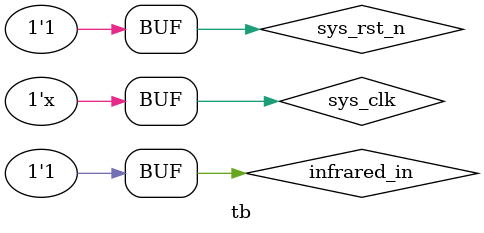
<source format=v>
`timescale 1ns / 1ps

module tb;

	// Inputs
	reg sys_clk;
	reg sys_rst_n;
	reg infrared_in;

	wire led;

	// Instantiate the Unit Under Test (UUT)
	infrared_rcv infrared_rcv_inst (
        .sys_clk(sys_clk),
        .sys_rst_n(sys_rst_n),
        .infrared_in(infrared_in),
        .repeat_en(repeat_en),
        .data(data)
    );


	initial begin
		// Initialize Inputs
		sys_clk = 1'b1;
		sys_rst_n <= 1'b0;
		infrared_in <= 1'b1;

		// Wait 100 ns for global reset to finish
		#100;
        sys_rst_n <= 1'b1;

		// Add stimulus here
		#1000
		infrared_in <= 1'b0; #9000000
		infrared_in <= 1'b1; #4500000
		//address code: 8’h99
		//data code: 1
		infrared_in <= 1'b0; #560000
		infrared_in <= 1'b1; #1690000
		//data code: 0
		infrared_in <= 1'b0; #560000
		infrared_in <= 1'b1; #560000
		//data code: 0
		infrared_in <= 1'b0; #560000
		infrared_in <= 1'b1; #560000
		//data code: 1
		infrared_in <= 1'b0; #560000
		infrared_in <= 1'b1; #1690000
		//data code: 1
		infrared_in <= 1'b0; #560000
		infrared_in <= 1'b1; #1690000
		//data code: 0
		infrared_in <= 1'b0; #560000
		infrared_in <= 1'b1; #560000
		//data code: 0
		infrared_in <= 1'b0; #560000
		infrared_in <= 1'b1; #560000
		//data code: 1
		infrared_in <= 1'b0; #560000
		infrared_in <= 1'b1; #1690000
		//reversed address code: 8’h66
		//data code: 0
		infrared_in <= 1'b0; #560000
		infrared_in <= 1'b1; #560000
		//data code: 1
		infrared_in <= 1'b0; #560000
		infrared_in <= 1'b1; #1690000
		//data code: 1
		infrared_in <= 1'b0; #560000
		infrared_in <= 1'b1; #1690000
		//data code: 0
		infrared_in <= 1'b0; #560000
		infrared_in <= 1'b1; #560000
		//data code: 0
		infrared_in <= 1'b0; #560000
		infrared_in <= 1'b1; #560000
		//data code: 1
		infrared_in <= 1'b0; #560000
		infrared_in <= 1'b1; #1690000
		//data code: 1
		infrared_in <= 1'b0; #560000
		infrared_in <= 1'b1; #1690000
		//data code: 0
		infrared_in <= 1'b0; #560000
		infrared_in <= 1'b1; #560000
		//address code: 8’h22
		//data code: 0
		infrared_in <= 1'b0; #560000
		infrared_in <= 1'b1; #560000
		//data code: 1
		infrared_in <= 1'b0; #560000
		infrared_in <= 1'b1; #1690000
		//data code: 0
		infrared_in <= 1'b0; #560000
		infrared_in <= 1'b1; #560000
		//data code: 0
		infrared_in <= 1'b0; #560000
		infrared_in <= 1'b1; #560000
		//data code: 0
		infrared_in <= 1'b0; #560000
		infrared_in <= 1'b1; #560000
		//data code: 1
		infrared_in <= 1'b0; #560000
		infrared_in <= 1'b1; #1690000
		//data code: 0
		infrared_in <= 1'b0; #560000
		infrared_in <= 1'b1; #560000
		//data code: 0
		infrared_in <= 1'b0; #560000
		infrared_in <= 1'b1; #560000
		//reversed address code: 8’hdd
		//data code: 1
		infrared_in <= 1'b0; #560000
		infrared_in <= 1'b1; #1690000
		//data code: 0
		infrared_in <= 1'b0; #560000
		infrared_in <= 1'b1; #560000
		//data code: 1
		infrared_in <= 1'b0; #560000
		infrared_in <= 1'b1; #1690000
		//data code: 1
		infrared_in <= 1'b0; #560000
		infrared_in <= 1'b1; #1690000
		//data code: 1
		infrared_in <= 1'b0; #560000
		infrared_in <= 1'b1; #1690000
		//data code: 0
		infrared_in <= 1'b0; #560000
		infrared_in <= 1'b1; #560000
		//data code: 1
		infrared_in <= 1'b0; #560000
		infrared_in <= 1'b1; #1690000
		//data code: 1
		infrared_in <= 1'b0; #560000
		infrared_in <= 1'b1; #1690000
		//repeat code
		infrared_in <= 1'b0; #560000
		infrared_in <= 1'b1; #42000000
		infrared_in <= 1'b0; #9000000
		infrared_in <= 1'b1; #2250000
		infrared_in <= 1'b0; #560000
		infrared_in <= 1'b1;
	end

	always #10 sys_clk = ~sys_clk;
      
endmodule


</source>
